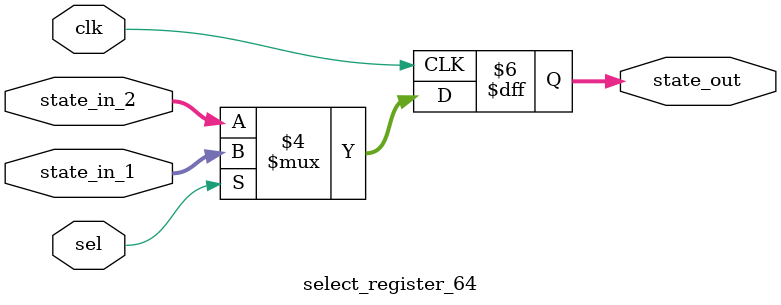
<source format=v>

module select_register_64(
	input wire clk,
	input wire sel,
	input wire [63:0] state_in_1,
	input wire [63:0] state_in_2,
	output reg [63:0] state_out
);

	always @(posedge clk) begin
		if (sel == 1'b1) 
			state_out <= state_in_1;
		else 
			state_out <= state_in_2;
	end

endmodule

</source>
